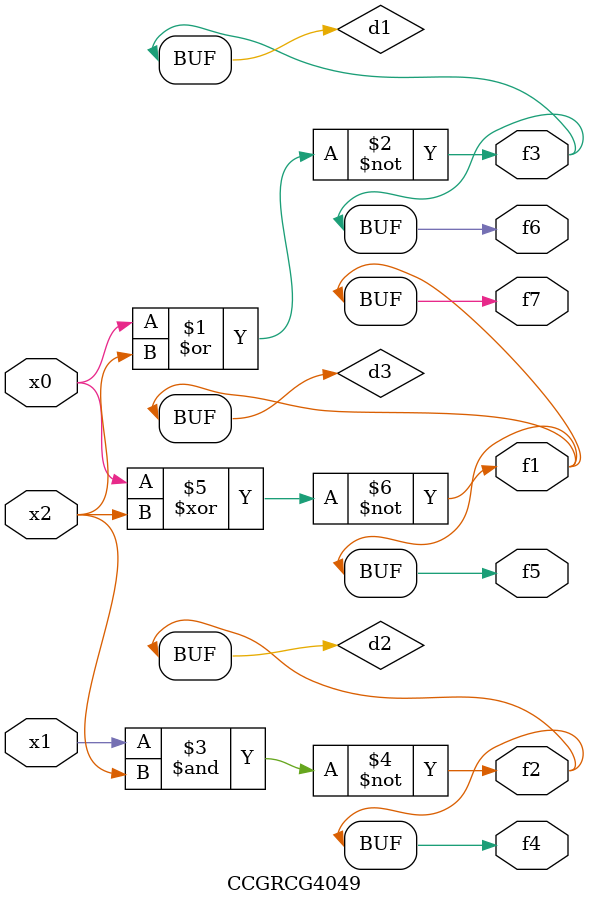
<source format=v>
module CCGRCG4049(
	input x0, x1, x2,
	output f1, f2, f3, f4, f5, f6, f7
);

	wire d1, d2, d3;

	nor (d1, x0, x2);
	nand (d2, x1, x2);
	xnor (d3, x0, x2);
	assign f1 = d3;
	assign f2 = d2;
	assign f3 = d1;
	assign f4 = d2;
	assign f5 = d3;
	assign f6 = d1;
	assign f7 = d3;
endmodule

</source>
